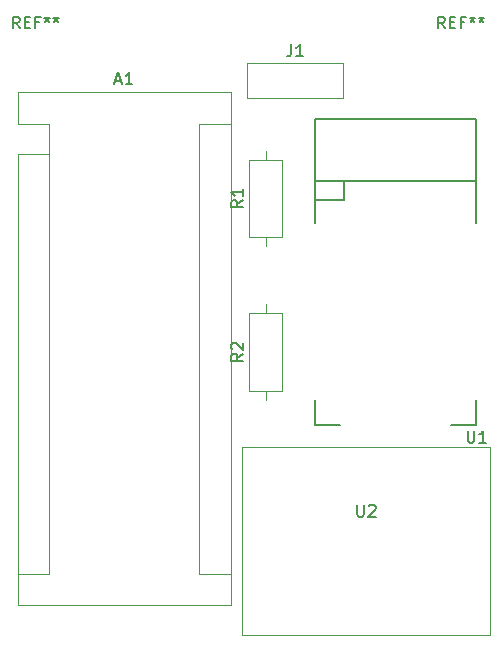
<source format=gbr>
G04 #@! TF.GenerationSoftware,KiCad,Pcbnew,(6.0.2)*
G04 #@! TF.CreationDate,2022-06-05T11:24:39+02:00*
G04 #@! TF.ProjectId,Whame,5768616d-652e-46b6-9963-61645f706362,rev?*
G04 #@! TF.SameCoordinates,Original*
G04 #@! TF.FileFunction,Legend,Top*
G04 #@! TF.FilePolarity,Positive*
%FSLAX46Y46*%
G04 Gerber Fmt 4.6, Leading zero omitted, Abs format (unit mm)*
G04 Created by KiCad (PCBNEW (6.0.2)) date 2022-06-05 11:24:39*
%MOMM*%
%LPD*%
G01*
G04 APERTURE LIST*
%ADD10C,0.150000*%
%ADD11C,0.120000*%
G04 APERTURE END LIST*
D10*
G04 #@! TO.C,U2*
X153738095Y-96952380D02*
X153738095Y-97761904D01*
X153785714Y-97857142D01*
X153833333Y-97904761D01*
X153928571Y-97952380D01*
X154119047Y-97952380D01*
X154214285Y-97904761D01*
X154261904Y-97857142D01*
X154309523Y-97761904D01*
X154309523Y-96952380D01*
X154738095Y-97047619D02*
X154785714Y-97000000D01*
X154880952Y-96952380D01*
X155119047Y-96952380D01*
X155214285Y-97000000D01*
X155261904Y-97047619D01*
X155309523Y-97142857D01*
X155309523Y-97238095D01*
X155261904Y-97380952D01*
X154690476Y-97952380D01*
X155309523Y-97952380D01*
G04 #@! TO.C,R1*
X144082380Y-71166666D02*
X143606190Y-71500000D01*
X144082380Y-71738095D02*
X143082380Y-71738095D01*
X143082380Y-71357142D01*
X143130000Y-71261904D01*
X143177619Y-71214285D01*
X143272857Y-71166666D01*
X143415714Y-71166666D01*
X143510952Y-71214285D01*
X143558571Y-71261904D01*
X143606190Y-71357142D01*
X143606190Y-71738095D01*
X144082380Y-70214285D02*
X144082380Y-70785714D01*
X144082380Y-70500000D02*
X143082380Y-70500000D01*
X143225238Y-70595238D01*
X143320476Y-70690476D01*
X143368095Y-70785714D01*
G04 #@! TO.C,U1*
X163096095Y-90678380D02*
X163096095Y-91487904D01*
X163143714Y-91583142D01*
X163191333Y-91630761D01*
X163286571Y-91678380D01*
X163477047Y-91678380D01*
X163572285Y-91630761D01*
X163619904Y-91583142D01*
X163667523Y-91487904D01*
X163667523Y-90678380D01*
X164667523Y-91678380D02*
X164096095Y-91678380D01*
X164381809Y-91678380D02*
X164381809Y-90678380D01*
X164286571Y-90821238D01*
X164191333Y-90916476D01*
X164096095Y-90964095D01*
G04 #@! TO.C,A1*
X133295714Y-61036666D02*
X133771904Y-61036666D01*
X133200476Y-61322380D02*
X133533809Y-60322380D01*
X133867142Y-61322380D01*
X134724285Y-61322380D02*
X134152857Y-61322380D01*
X134438571Y-61322380D02*
X134438571Y-60322380D01*
X134343333Y-60465238D01*
X134248095Y-60560476D01*
X134152857Y-60608095D01*
G04 #@! TO.C,REF\u002A\u002A*
X125166666Y-56602380D02*
X124833333Y-56126190D01*
X124595238Y-56602380D02*
X124595238Y-55602380D01*
X124976190Y-55602380D01*
X125071428Y-55650000D01*
X125119047Y-55697619D01*
X125166666Y-55792857D01*
X125166666Y-55935714D01*
X125119047Y-56030952D01*
X125071428Y-56078571D01*
X124976190Y-56126190D01*
X124595238Y-56126190D01*
X125595238Y-56078571D02*
X125928571Y-56078571D01*
X126071428Y-56602380D02*
X125595238Y-56602380D01*
X125595238Y-55602380D01*
X126071428Y-55602380D01*
X126833333Y-56078571D02*
X126500000Y-56078571D01*
X126500000Y-56602380D02*
X126500000Y-55602380D01*
X126976190Y-55602380D01*
X127500000Y-55602380D02*
X127500000Y-55840476D01*
X127261904Y-55745238D02*
X127500000Y-55840476D01*
X127738095Y-55745238D01*
X127357142Y-56030952D02*
X127500000Y-55840476D01*
X127642857Y-56030952D01*
X128261904Y-55602380D02*
X128261904Y-55840476D01*
X128023809Y-55745238D02*
X128261904Y-55840476D01*
X128500000Y-55745238D01*
X128119047Y-56030952D02*
X128261904Y-55840476D01*
X128404761Y-56030952D01*
G04 #@! TO.C,J1*
X148166666Y-57952380D02*
X148166666Y-58666666D01*
X148119047Y-58809523D01*
X148023809Y-58904761D01*
X147880952Y-58952380D01*
X147785714Y-58952380D01*
X149166666Y-58952380D02*
X148595238Y-58952380D01*
X148880952Y-58952380D02*
X148880952Y-57952380D01*
X148785714Y-58095238D01*
X148690476Y-58190476D01*
X148595238Y-58238095D01*
G04 #@! TO.C,R2*
X144082380Y-84166666D02*
X143606190Y-84500000D01*
X144082380Y-84738095D02*
X143082380Y-84738095D01*
X143082380Y-84357142D01*
X143130000Y-84261904D01*
X143177619Y-84214285D01*
X143272857Y-84166666D01*
X143415714Y-84166666D01*
X143510952Y-84214285D01*
X143558571Y-84261904D01*
X143606190Y-84357142D01*
X143606190Y-84738095D01*
X143177619Y-83785714D02*
X143130000Y-83738095D01*
X143082380Y-83642857D01*
X143082380Y-83404761D01*
X143130000Y-83309523D01*
X143177619Y-83261904D01*
X143272857Y-83214285D01*
X143368095Y-83214285D01*
X143510952Y-83261904D01*
X144082380Y-83833333D01*
X144082380Y-83214285D01*
G04 #@! TO.C,REF\u002A\u002A*
X161166666Y-56602380D02*
X160833333Y-56126190D01*
X160595238Y-56602380D02*
X160595238Y-55602380D01*
X160976190Y-55602380D01*
X161071428Y-55650000D01*
X161119047Y-55697619D01*
X161166666Y-55792857D01*
X161166666Y-55935714D01*
X161119047Y-56030952D01*
X161071428Y-56078571D01*
X160976190Y-56126190D01*
X160595238Y-56126190D01*
X161595238Y-56078571D02*
X161928571Y-56078571D01*
X162071428Y-56602380D02*
X161595238Y-56602380D01*
X161595238Y-55602380D01*
X162071428Y-55602380D01*
X162833333Y-56078571D02*
X162500000Y-56078571D01*
X162500000Y-56602380D02*
X162500000Y-55602380D01*
X162976190Y-55602380D01*
X163500000Y-55602380D02*
X163500000Y-55840476D01*
X163261904Y-55745238D02*
X163500000Y-55840476D01*
X163738095Y-55745238D01*
X163357142Y-56030952D02*
X163500000Y-55840476D01*
X163642857Y-56030952D01*
X164261904Y-55602380D02*
X164261904Y-55840476D01*
X164023809Y-55745238D02*
X164261904Y-55840476D01*
X164500000Y-55745238D01*
X164119047Y-56030952D02*
X164261904Y-55840476D01*
X164404761Y-56030952D01*
D11*
G04 #@! TO.C,U2*
X144030000Y-92050000D02*
X164970000Y-92050000D01*
X164970000Y-92050000D02*
X164970000Y-107950000D01*
X164970000Y-107950000D02*
X144030000Y-107950000D01*
X144030000Y-107950000D02*
X144030000Y-92050000D01*
G04 #@! TO.C,R1*
X144630000Y-67730000D02*
X144630000Y-74270000D01*
X146000000Y-66960000D02*
X146000000Y-67730000D01*
X147370000Y-67730000D02*
X144630000Y-67730000D01*
X146000000Y-75040000D02*
X146000000Y-74270000D01*
X147370000Y-74270000D02*
X147370000Y-67730000D01*
X144630000Y-74270000D02*
X147370000Y-74270000D01*
D10*
G04 #@! TO.C,U1*
X150200000Y-69550000D02*
X163800000Y-69550000D01*
X150200000Y-73050000D02*
X150200000Y-64250000D01*
X161700000Y-90150000D02*
X163800000Y-90150000D01*
X163800000Y-64250000D02*
X163800000Y-73050000D01*
X163800000Y-90150000D02*
X163800000Y-88050000D01*
X152600000Y-71150000D02*
X152600000Y-69550000D01*
X150200000Y-71150000D02*
X152600000Y-71150000D01*
X150200000Y-90150000D02*
X150200000Y-88050000D01*
X152300000Y-90150000D02*
X150200000Y-90150000D01*
X150200000Y-64250000D02*
X163800000Y-64250000D01*
D11*
G04 #@! TO.C,A1*
X127660000Y-64680000D02*
X124990000Y-64680000D01*
X124990000Y-105450000D02*
X143030000Y-105450000D01*
X124990000Y-67220000D02*
X124990000Y-105450000D01*
X140360000Y-64680000D02*
X140360000Y-102780000D01*
X140360000Y-64680000D02*
X143030000Y-64680000D01*
X140360000Y-102780000D02*
X143030000Y-102780000D01*
X143030000Y-105450000D02*
X143030000Y-62010000D01*
X127660000Y-67220000D02*
X127660000Y-64680000D01*
X124990000Y-62010000D02*
X124990000Y-64680000D01*
X143030000Y-62010000D02*
X124990000Y-62010000D01*
X127660000Y-67220000D02*
X127660000Y-102780000D01*
X127660000Y-67220000D02*
X124990000Y-67220000D01*
X127660000Y-102780000D02*
X124990000Y-102780000D01*
G04 #@! TO.C,J1*
X152560000Y-62500000D02*
X144460000Y-62500000D01*
X144460000Y-59500000D02*
X144460000Y-62500000D01*
X144460000Y-59500000D02*
X152560000Y-59500000D01*
X152560000Y-62500000D02*
X152560000Y-59500000D01*
G04 #@! TO.C,R2*
X146000000Y-88040000D02*
X146000000Y-87270000D01*
X147370000Y-80730000D02*
X144630000Y-80730000D01*
X144630000Y-80730000D02*
X144630000Y-87270000D01*
X144630000Y-87270000D02*
X147370000Y-87270000D01*
X147370000Y-87270000D02*
X147370000Y-80730000D01*
X146000000Y-79960000D02*
X146000000Y-80730000D01*
G04 #@! TD*
M02*

</source>
